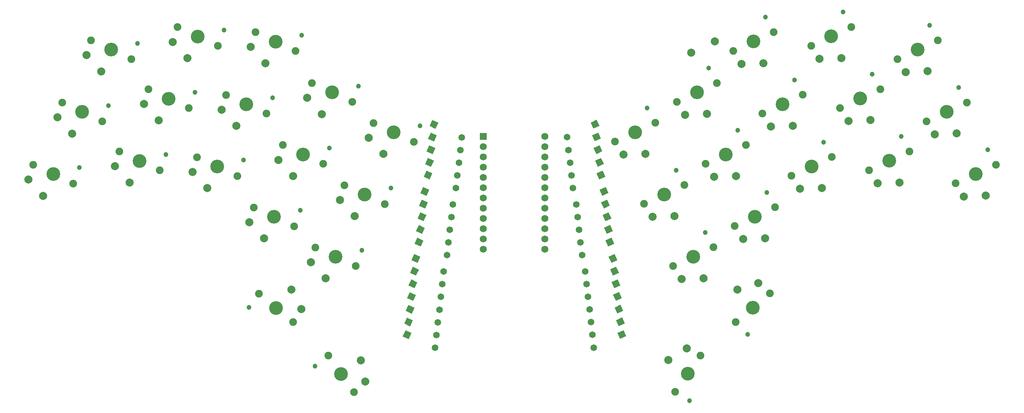
<source format=gbr>
%TF.GenerationSoftware,KiCad,Pcbnew,(5.1.10)-1*%
%TF.CreationDate,2021-10-23T01:59:15-04:00*%
%TF.ProjectId,keebwirdv1,6b656562-7769-4726-9476-312e6b696361,rev?*%
%TF.SameCoordinates,Original*%
%TF.FileFunction,Soldermask,Bot*%
%TF.FilePolarity,Negative*%
%FSLAX46Y46*%
G04 Gerber Fmt 4.6, Leading zero omitted, Abs format (unit mm)*
G04 Created by KiCad (PCBNEW (5.1.10)-1) date 2021-10-23 01:59:15*
%MOMM*%
%LPD*%
G01*
G04 APERTURE LIST*
%ADD10R,1.752600X1.752600*%
%ADD11C,1.752600*%
%ADD12C,2.000000*%
%ADD13C,3.400000*%
%ADD14C,1.900000*%
%ADD15C,1.200000*%
%ADD16C,1.651000*%
%ADD17C,0.100000*%
G04 APERTURE END LIST*
D10*
%TO.C,U0*%
X138380000Y-77030000D03*
D11*
X138380000Y-79570000D03*
X138380000Y-82110000D03*
X138380000Y-84650000D03*
X138380000Y-87190000D03*
X138380000Y-89730000D03*
X138380000Y-92270000D03*
X138380000Y-94810000D03*
X138380000Y-97350000D03*
X138380000Y-99890000D03*
X138380000Y-102430000D03*
X153620000Y-104970000D03*
X153620000Y-102430000D03*
X153620000Y-99890000D03*
X153620000Y-97350000D03*
X153620000Y-94810000D03*
X153620000Y-92270000D03*
X153620000Y-89730000D03*
X153620000Y-87190000D03*
X153620000Y-84650000D03*
X153620000Y-82110000D03*
X153620000Y-79570000D03*
X138380000Y-104970000D03*
X153620000Y-77030000D03*
%TD*%
D12*
%TO.C,SW1*%
X189784500Y-56293509D03*
X195675500Y-53546491D03*
%TD*%
%TO.C,MX33*%
X201271960Y-114959247D03*
D13*
X205064407Y-119478909D03*
D12*
X206452036Y-113354002D03*
D14*
X200851163Y-123014241D03*
X209277651Y-115943577D03*
D15*
X203765363Y-126051647D03*
%TD*%
D12*
%TO.C,MX32*%
X184126739Y-132431563D03*
D13*
X188959736Y-135815664D03*
D12*
X188714840Y-129540313D03*
D14*
X185805066Y-140321000D03*
X192114406Y-131310328D03*
D15*
X189406106Y-142500659D03*
%TD*%
D12*
%TO.C,MX31*%
X107990666Y-132460879D03*
D13*
X103157669Y-135844980D03*
D12*
X109138329Y-137761150D03*
D14*
X100002999Y-131339644D03*
X106312339Y-140350316D03*
D15*
X96723161Y-133978027D03*
%TD*%
D12*
%TO.C,MX30*%
X90845445Y-114988564D03*
D13*
X87052998Y-119508226D03*
D12*
X93325813Y-119811195D03*
D14*
X82839754Y-115972894D03*
X91266242Y-123043558D03*
D15*
X80354538Y-119370261D03*
%TD*%
D12*
%TO.C,MX29*%
X262730012Y-91706294D03*
D13*
X260236564Y-86359078D03*
D12*
X257310974Y-91916139D03*
D14*
X265221257Y-84034678D03*
X255251871Y-88683478D03*
D15*
X263192494Y-80346518D03*
%TD*%
D12*
%TO.C,MX28*%
X241341671Y-88430479D03*
D13*
X238848223Y-83083263D03*
D12*
X235922633Y-88640324D03*
D14*
X243832916Y-80758863D03*
X233863530Y-85407663D03*
D15*
X241804153Y-77070703D03*
%TD*%
D12*
%TO.C,MX27*%
X222129815Y-89822149D03*
D13*
X219636367Y-84474933D03*
D12*
X216710777Y-90031994D03*
D14*
X224621060Y-82150533D03*
X214651674Y-86799333D03*
D15*
X222592297Y-78462373D03*
%TD*%
D12*
%TO.C,MX26*%
X208070521Y-102263523D03*
D13*
X205577073Y-96916307D03*
D12*
X202651483Y-102473368D03*
D14*
X210561766Y-94591907D03*
X200592380Y-99240707D03*
D15*
X208533003Y-90903747D03*
%TD*%
D12*
%TO.C,MX25*%
X192827050Y-112165423D03*
D13*
X190333602Y-106818207D03*
D12*
X187408012Y-112375268D03*
D14*
X195318295Y-104493807D03*
X185348909Y-109142607D03*
D15*
X193289532Y-100805647D03*
%TD*%
D12*
%TO.C,MX24*%
X99290355Y-112194740D03*
D13*
X101783803Y-106847524D03*
D12*
X95646315Y-108178402D03*
D14*
X106768496Y-109171924D03*
X96799110Y-104523124D03*
D15*
X108289726Y-105247099D03*
%TD*%
D12*
%TO.C,MX23*%
X84046884Y-102292840D03*
D13*
X86540332Y-96945624D03*
D12*
X80402844Y-98276502D03*
D14*
X91525025Y-99270024D03*
X81555639Y-94621224D03*
D15*
X93046255Y-95345199D03*
%TD*%
D12*
%TO.C,MX22*%
X69987590Y-89851465D03*
D13*
X72481038Y-84504249D03*
D12*
X66343550Y-85835127D03*
D14*
X77465731Y-86828649D03*
X67496345Y-82179849D03*
D15*
X78986961Y-82903824D03*
%TD*%
D12*
%TO.C,MX21*%
X50775734Y-88459795D03*
D13*
X53269182Y-83112579D03*
D12*
X47131694Y-84443457D03*
D14*
X58253875Y-85436979D03*
X48284489Y-80788179D03*
D15*
X59775105Y-81512154D03*
%TD*%
D12*
%TO.C,MX20*%
X29387394Y-91735611D03*
D13*
X31880842Y-86388395D03*
D12*
X25743354Y-87719273D03*
D14*
X36865535Y-88712795D03*
X26896149Y-84063995D03*
D15*
X38386765Y-84787970D03*
%TD*%
D12*
%TO.C,MX19*%
X255545501Y-76299062D03*
D13*
X253052053Y-70951846D03*
D12*
X250126463Y-76508907D03*
D14*
X258036746Y-68627446D03*
X248067360Y-73276246D03*
D15*
X256007983Y-64939286D03*
%TD*%
D12*
%TO.C,MX18*%
X234149554Y-73006933D03*
D13*
X231656106Y-67659717D03*
D12*
X228730516Y-73216778D03*
D14*
X236640799Y-65335317D03*
X226671413Y-69984117D03*
D15*
X234612036Y-61647157D03*
%TD*%
D12*
%TO.C,MX17*%
X214937697Y-74398603D03*
D13*
X212444249Y-69051387D03*
D12*
X209518659Y-74608448D03*
D14*
X217428942Y-66726987D03*
X207459556Y-71375787D03*
D15*
X215400179Y-63038827D03*
%TD*%
D12*
%TO.C,MX16*%
X200878403Y-86839977D03*
D13*
X198384955Y-81492761D03*
D12*
X195459365Y-87049822D03*
D14*
X203369648Y-79168361D03*
X193400262Y-83817161D03*
D15*
X201340885Y-75480201D03*
%TD*%
D12*
%TO.C,MX15*%
X185642540Y-96758191D03*
D13*
X183149092Y-91410975D03*
D12*
X180223502Y-96968036D03*
D14*
X188133785Y-89086575D03*
X178164399Y-93735375D03*
D15*
X186105022Y-85398415D03*
%TD*%
D12*
%TO.C,MX14*%
X106474866Y-96787507D03*
D13*
X108968314Y-91440291D03*
D12*
X102830826Y-92771169D03*
D14*
X113953007Y-93764691D03*
X103983621Y-89115891D03*
D15*
X115474237Y-89839866D03*
%TD*%
D12*
%TO.C,MX13*%
X91239002Y-86869294D03*
D13*
X93732450Y-81522078D03*
D12*
X87594962Y-82852956D03*
D14*
X98717143Y-83846478D03*
X88747757Y-79197678D03*
D15*
X100238373Y-79921653D03*
%TD*%
D12*
%TO.C,MX12*%
X77179708Y-74427919D03*
D13*
X79673156Y-69080703D03*
D12*
X73535668Y-70411581D03*
D14*
X84657849Y-71405103D03*
X74688463Y-66756303D03*
D15*
X86179079Y-67480278D03*
%TD*%
D12*
%TO.C,MX11*%
X57967851Y-73036249D03*
D13*
X60461299Y-67689033D03*
D12*
X54323811Y-69019911D03*
D14*
X65445992Y-70013433D03*
X55476606Y-65364633D03*
D15*
X66967222Y-66088608D03*
%TD*%
D12*
%TO.C,MX10*%
X36571904Y-76328378D03*
D13*
X39065352Y-70981162D03*
D12*
X32927864Y-72312040D03*
D14*
X44050045Y-73305562D03*
X34080659Y-68656762D03*
D15*
X45571275Y-69380737D03*
%TD*%
D12*
%TO.C,MX9*%
X248360991Y-60891829D03*
D13*
X245867543Y-55544613D03*
D12*
X242941953Y-61101674D03*
D14*
X250852236Y-53220213D03*
X240882850Y-57869013D03*
D15*
X248823473Y-49532053D03*
%TD*%
D12*
%TO.C,MX8*%
X226976031Y-57623265D03*
D13*
X224482583Y-52276049D03*
D12*
X221556993Y-57833110D03*
D14*
X229467276Y-49951649D03*
X219497890Y-54600449D03*
D15*
X227438513Y-46263489D03*
%TD*%
D12*
%TO.C,MX7*%
X207704163Y-58886239D03*
D13*
X205210715Y-53539023D03*
D12*
X202285125Y-59096084D03*
D14*
X210195408Y-51214623D03*
X200226022Y-55863423D03*
D15*
X208166645Y-47526463D03*
%TD*%
D12*
%TO.C,MX6*%
X193715024Y-71478060D03*
D13*
X191221576Y-66130844D03*
D12*
X188295986Y-71687905D03*
D14*
X196206269Y-63806444D03*
X186236883Y-68455244D03*
D15*
X194177506Y-60118284D03*
%TD*%
D12*
%TO.C,MX5*%
X178458029Y-81350959D03*
D13*
X175964581Y-76003743D03*
D12*
X173038991Y-81560804D03*
D14*
X180949274Y-73679343D03*
X170979888Y-78328143D03*
D15*
X178920511Y-69991183D03*
%TD*%
D12*
%TO.C,MX4*%
X113659376Y-81380275D03*
D13*
X116152824Y-76033059D03*
D12*
X110015336Y-77363937D03*
D14*
X121137517Y-78357459D03*
X111168131Y-73708659D03*
D15*
X122658747Y-74432634D03*
%TD*%
D12*
%TO.C,MX3*%
X98402382Y-71507377D03*
D13*
X100895830Y-66160161D03*
D12*
X94758342Y-67491039D03*
D14*
X105880523Y-68484561D03*
X95911137Y-63835761D03*
D15*
X107401753Y-64559736D03*
%TD*%
D12*
%TO.C,MX2*%
X84413242Y-58915555D03*
D13*
X86906690Y-53568339D03*
D12*
X80769202Y-54899217D03*
D14*
X91891383Y-55892739D03*
X81921997Y-51243939D03*
D15*
X93412613Y-51967914D03*
%TD*%
D12*
%TO.C,MX1*%
X65141374Y-57652581D03*
D13*
X67634822Y-52305365D03*
D12*
X61497334Y-53636243D03*
D14*
X72619515Y-54629765D03*
X62650129Y-49980965D03*
D15*
X74140745Y-50704940D03*
%TD*%
D12*
%TO.C,MX0*%
X43756415Y-60921146D03*
D13*
X46249863Y-55573930D03*
D12*
X40112375Y-56904808D03*
D14*
X51234556Y-57898330D03*
X41265170Y-53249530D03*
D15*
X52755786Y-53973505D03*
%TD*%
D16*
%TO.C,D33*%
X165368587Y-126183231D03*
D17*
G36*
X171875367Y-124059907D02*
G01*
X171177625Y-122563593D01*
X172673939Y-121865851D01*
X173371681Y-123362165D01*
X171875367Y-124059907D01*
G37*
%TD*%
D16*
%TO.C,D32*%
X165730134Y-129324772D03*
D17*
G36*
X172236914Y-127201448D02*
G01*
X171539172Y-125705134D01*
X173035486Y-125007392D01*
X173733228Y-126503706D01*
X172236914Y-127201448D01*
G37*
%TD*%
D16*
%TO.C,D31*%
X126387272Y-129354089D03*
D17*
G36*
X120578234Y-125734451D02*
G01*
X119880492Y-127230765D01*
X118384178Y-126533023D01*
X119081920Y-125036709D01*
X120578234Y-125734451D01*
G37*
%TD*%
D16*
%TO.C,D30*%
X126748819Y-126212547D03*
D17*
G36*
X120939781Y-122592909D02*
G01*
X120242039Y-124089223D01*
X118745725Y-123391481D01*
X119443467Y-121895167D01*
X120939781Y-122592909D01*
G37*
%TD*%
D16*
%TO.C,D29*%
X163560852Y-110475523D03*
D17*
G36*
X170067632Y-108352199D02*
G01*
X169369890Y-106855885D01*
X170866204Y-106158143D01*
X171563946Y-107654457D01*
X170067632Y-108352199D01*
G37*
%TD*%
D16*
%TO.C,D28*%
X163922399Y-113617064D03*
D17*
G36*
X170429179Y-111493740D02*
G01*
X169731437Y-109997426D01*
X171227751Y-109299684D01*
X171925493Y-110795998D01*
X170429179Y-111493740D01*
G37*
%TD*%
D16*
%TO.C,D27*%
X164283946Y-116758606D03*
D17*
G36*
X170790726Y-114635282D02*
G01*
X170092984Y-113138968D01*
X171589298Y-112441226D01*
X172287040Y-113937540D01*
X170790726Y-114635282D01*
G37*
%TD*%
D16*
%TO.C,D26*%
X164645493Y-119900148D03*
D17*
G36*
X171152273Y-117776824D02*
G01*
X170454531Y-116280510D01*
X171950845Y-115582768D01*
X172648587Y-117079082D01*
X171152273Y-117776824D01*
G37*
%TD*%
D16*
%TO.C,D25*%
X165007040Y-123041689D03*
D17*
G36*
X171513820Y-120918365D02*
G01*
X170816078Y-119422051D01*
X172312392Y-118724309D01*
X173010134Y-120220623D01*
X171513820Y-120918365D01*
G37*
%TD*%
D16*
%TO.C,D24*%
X127110366Y-123071006D03*
D17*
G36*
X121301328Y-119451368D02*
G01*
X120603586Y-120947682D01*
X119107272Y-120249940D01*
X119805014Y-118753626D01*
X121301328Y-119451368D01*
G37*
%TD*%
D16*
%TO.C,D23*%
X127471913Y-119929464D03*
D17*
G36*
X121662875Y-116309826D02*
G01*
X120965133Y-117806140D01*
X119468819Y-117108398D01*
X120166561Y-115612084D01*
X121662875Y-116309826D01*
G37*
%TD*%
D16*
%TO.C,D22*%
X127833460Y-116787922D03*
D17*
G36*
X122024422Y-113168284D02*
G01*
X121326680Y-114664598D01*
X119830366Y-113966856D01*
X120528108Y-112470542D01*
X122024422Y-113168284D01*
G37*
%TD*%
D16*
%TO.C,D21*%
X128195007Y-113646381D03*
D17*
G36*
X122385969Y-110026743D02*
G01*
X121688227Y-111523057D01*
X120191913Y-110825315D01*
X120889655Y-109329001D01*
X122385969Y-110026743D01*
G37*
%TD*%
D16*
%TO.C,D20*%
X128556554Y-110504839D03*
D17*
G36*
X122747516Y-106885201D02*
G01*
X122049774Y-108381515D01*
X120553460Y-107683773D01*
X121251202Y-106187459D01*
X122747516Y-106885201D01*
G37*
%TD*%
D16*
%TO.C,D19*%
X161330498Y-93861507D03*
D17*
G36*
X167837278Y-91738183D02*
G01*
X167139536Y-90241869D01*
X168635850Y-89544127D01*
X169333592Y-91040441D01*
X167837278Y-91738183D01*
G37*
%TD*%
D16*
%TO.C,D18*%
X161692045Y-97003048D03*
D17*
G36*
X168198825Y-94879724D02*
G01*
X167501083Y-93383410D01*
X168997397Y-92685668D01*
X169695139Y-94181982D01*
X168198825Y-94879724D01*
G37*
%TD*%
D16*
%TO.C,D17*%
X162053592Y-100144590D03*
D17*
G36*
X168560372Y-98021266D02*
G01*
X167862630Y-96524952D01*
X169358944Y-95827210D01*
X170056686Y-97323524D01*
X168560372Y-98021266D01*
G37*
%TD*%
D16*
%TO.C,D16*%
X162415139Y-103286132D03*
D17*
G36*
X168921919Y-101162808D02*
G01*
X168224177Y-99666494D01*
X169720491Y-98968752D01*
X170418233Y-100465066D01*
X168921919Y-101162808D01*
G37*
%TD*%
D16*
%TO.C,D15*%
X162776686Y-106427673D03*
D17*
G36*
X169283466Y-104304349D02*
G01*
X168585724Y-102808035D01*
X170082038Y-102110293D01*
X170779780Y-103606607D01*
X169283466Y-104304349D01*
G37*
%TD*%
D16*
%TO.C,D14*%
X129340719Y-106456990D03*
D17*
G36*
X123531681Y-102837352D02*
G01*
X122833939Y-104333666D01*
X121337625Y-103635924D01*
X122035367Y-102139610D01*
X123531681Y-102837352D01*
G37*
%TD*%
D16*
%TO.C,D13*%
X129702266Y-103315448D03*
D17*
G36*
X123893228Y-99695810D02*
G01*
X123195486Y-101192124D01*
X121699172Y-100494382D01*
X122396914Y-98998068D01*
X123893228Y-99695810D01*
G37*
%TD*%
D16*
%TO.C,D12*%
X130063813Y-100173907D03*
D17*
G36*
X124254775Y-96554269D02*
G01*
X123557033Y-98050583D01*
X122060719Y-97352841D01*
X122758461Y-95856527D01*
X124254775Y-96554269D01*
G37*
%TD*%
D16*
%TO.C,D11*%
X130425360Y-97032365D03*
D17*
G36*
X124616322Y-93412727D02*
G01*
X123918580Y-94909041D01*
X122422266Y-94211299D01*
X123120008Y-92714985D01*
X124616322Y-93412727D01*
G37*
%TD*%
D16*
%TO.C,D10*%
X130786907Y-93890823D03*
D17*
G36*
X124977869Y-90271185D02*
G01*
X124280127Y-91767499D01*
X122783813Y-91069757D01*
X123481555Y-89573443D01*
X124977869Y-90271185D01*
G37*
%TD*%
D16*
%TO.C,D9*%
X159100145Y-77247491D03*
D17*
G36*
X165606925Y-75124167D02*
G01*
X164909183Y-73627853D01*
X166405497Y-72930111D01*
X167103239Y-74426425D01*
X165606925Y-75124167D01*
G37*
%TD*%
D16*
%TO.C,D8*%
X159461692Y-80389033D03*
D17*
G36*
X165968472Y-78265709D02*
G01*
X165270730Y-76769395D01*
X166767044Y-76071653D01*
X167464786Y-77567967D01*
X165968472Y-78265709D01*
G37*
%TD*%
D16*
%TO.C,D7*%
X159823239Y-83530574D03*
D17*
G36*
X166330019Y-81407250D02*
G01*
X165632277Y-79910936D01*
X167128591Y-79213194D01*
X167826333Y-80709508D01*
X166330019Y-81407250D01*
G37*
%TD*%
D16*
%TO.C,D6*%
X160184786Y-86672116D03*
D17*
G36*
X166691566Y-84548792D02*
G01*
X165993824Y-83052478D01*
X167490138Y-82354736D01*
X168187880Y-83851050D01*
X166691566Y-84548792D01*
G37*
%TD*%
D16*
%TO.C,D5*%
X160546333Y-89813657D03*
D17*
G36*
X167053113Y-87690333D02*
G01*
X166355371Y-86194019D01*
X167851685Y-85496277D01*
X168549427Y-86992591D01*
X167053113Y-87690333D01*
G37*
%TD*%
D16*
%TO.C,D4*%
X131571072Y-89842974D03*
D17*
G36*
X125762034Y-86223336D02*
G01*
X125064292Y-87719650D01*
X123567978Y-87021908D01*
X124265720Y-85525594D01*
X125762034Y-86223336D01*
G37*
%TD*%
D16*
%TO.C,D3*%
X131932619Y-86701432D03*
D17*
G36*
X126123581Y-83081794D02*
G01*
X125425839Y-84578108D01*
X123929525Y-83880366D01*
X124627267Y-82384052D01*
X126123581Y-83081794D01*
G37*
%TD*%
D16*
%TO.C,D2*%
X132294166Y-83559891D03*
D17*
G36*
X126485128Y-79940253D02*
G01*
X125787386Y-81436567D01*
X124291072Y-80738825D01*
X124988814Y-79242511D01*
X126485128Y-79940253D01*
G37*
%TD*%
D16*
%TO.C,D1*%
X132655713Y-80418349D03*
D17*
G36*
X126846675Y-76798711D02*
G01*
X126148933Y-78295025D01*
X124652619Y-77597283D01*
X125350361Y-76100969D01*
X126846675Y-76798711D01*
G37*
%TD*%
D16*
%TO.C,D0*%
X133017260Y-77276807D03*
D17*
G36*
X127208222Y-73657169D02*
G01*
X126510480Y-75153483D01*
X125014166Y-74455741D01*
X125711908Y-72959427D01*
X127208222Y-73657169D01*
G37*
%TD*%
M02*

</source>
